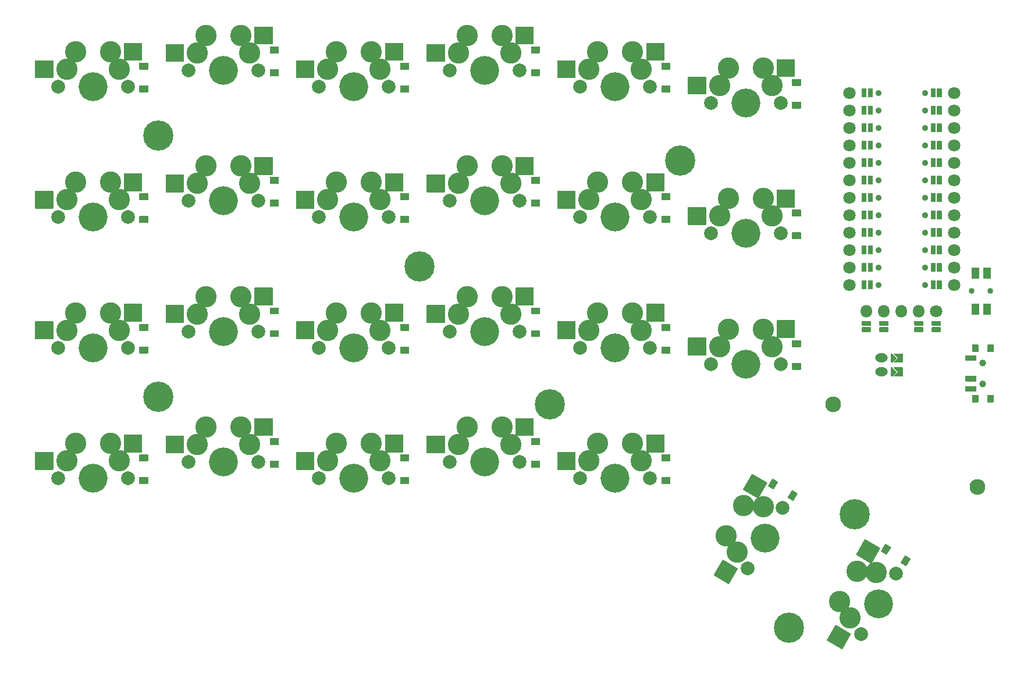
<source format=gbs>
G04 #@! TF.GenerationSoftware,KiCad,Pcbnew,8.0.8+1*
G04 #@! TF.CreationDate,2025-06-17T15:49:30+00:00*
G04 #@! TF.ProjectId,eggada50_wireless,65676761-6461-4353-905f-776972656c65,0.2*
G04 #@! TF.SameCoordinates,Original*
G04 #@! TF.FileFunction,Soldermask,Bot*
G04 #@! TF.FilePolarity,Negative*
%FSLAX46Y46*%
G04 Gerber Fmt 4.6, Leading zero omitted, Abs format (unit mm)*
G04 Created by KiCad (PCBNEW 8.0.8+1) date 2025-06-17 15:49:30*
%MOMM*%
%LPD*%
G01*
G04 APERTURE LIST*
%ADD10C,2.300000*%
%ADD11C,4.400000*%
%ADD12C,4.200000*%
%ADD13C,2.000000*%
%ADD14C,3.100000*%
%ADD15C,1.800000*%
%ADD16C,0.900000*%
%ADD17O,1.800000X1.800000*%
%ADD18C,1.000000*%
%ADD19C,0.850000*%
%ADD20O,1.850000X1.300000*%
G04 APERTURE END LIST*
D10*
X207762000Y-89226000D03*
X228694000Y-101245000D03*
D11*
X109500000Y-50125000D03*
X109500000Y-88125000D03*
X185468000Y-53736000D03*
X147500000Y-69125000D03*
X166468000Y-89261000D03*
X210827241Y-105262759D03*
X201327241Y-121717241D03*
D12*
X100000000Y-100000000D03*
D13*
X105080000Y-100000000D03*
X94920000Y-100000000D03*
D14*
X102540000Y-94920000D03*
X96190000Y-97460000D03*
G36*
G01*
X91590000Y-98710000D02*
X91590000Y-96210000D01*
G75*
G02*
X91640000Y-96160000I50000J0D01*
G01*
X94190000Y-96160000D01*
G75*
G02*
X94240000Y-96210000I0J-50000D01*
G01*
X94240000Y-98710000D01*
G75*
G02*
X94190000Y-98760000I-50000J0D01*
G01*
X91640000Y-98760000D01*
G75*
G02*
X91590000Y-98710000I0J50000D01*
G01*
G37*
G36*
G01*
X104517000Y-96170000D02*
X104517000Y-93670000D01*
G75*
G02*
X104567000Y-93620000I50000J0D01*
G01*
X107117000Y-93620000D01*
G75*
G02*
X107167000Y-93670000I0J-50000D01*
G01*
X107167000Y-96170000D01*
G75*
G02*
X107117000Y-96220000I-50000J0D01*
G01*
X104567000Y-96220000D01*
G75*
G02*
X104517000Y-96170000I0J50000D01*
G01*
G37*
D12*
X100000000Y-81000000D03*
D13*
X105080000Y-81000000D03*
X94920000Y-81000000D03*
D14*
X102540000Y-75920000D03*
X96190000Y-78460000D03*
G36*
G01*
X91590000Y-79710000D02*
X91590000Y-77210000D01*
G75*
G02*
X91640000Y-77160000I50000J0D01*
G01*
X94190000Y-77160000D01*
G75*
G02*
X94240000Y-77210000I0J-50000D01*
G01*
X94240000Y-79710000D01*
G75*
G02*
X94190000Y-79760000I-50000J0D01*
G01*
X91640000Y-79760000D01*
G75*
G02*
X91590000Y-79710000I0J50000D01*
G01*
G37*
G36*
G01*
X104517000Y-77170000D02*
X104517000Y-74670000D01*
G75*
G02*
X104567000Y-74620000I50000J0D01*
G01*
X107117000Y-74620000D01*
G75*
G02*
X107167000Y-74670000I0J-50000D01*
G01*
X107167000Y-77170000D01*
G75*
G02*
X107117000Y-77220000I-50000J0D01*
G01*
X104567000Y-77220000D01*
G75*
G02*
X104517000Y-77170000I0J50000D01*
G01*
G37*
D12*
X100000000Y-62000000D03*
D13*
X105080000Y-62000000D03*
X94920000Y-62000000D03*
D14*
X102540000Y-56920000D03*
X96190000Y-59460000D03*
G36*
G01*
X91590000Y-60710000D02*
X91590000Y-58210000D01*
G75*
G02*
X91640000Y-58160000I50000J0D01*
G01*
X94190000Y-58160000D01*
G75*
G02*
X94240000Y-58210000I0J-50000D01*
G01*
X94240000Y-60710000D01*
G75*
G02*
X94190000Y-60760000I-50000J0D01*
G01*
X91640000Y-60760000D01*
G75*
G02*
X91590000Y-60710000I0J50000D01*
G01*
G37*
G36*
G01*
X104517000Y-58170000D02*
X104517000Y-55670000D01*
G75*
G02*
X104567000Y-55620000I50000J0D01*
G01*
X107117000Y-55620000D01*
G75*
G02*
X107167000Y-55670000I0J-50000D01*
G01*
X107167000Y-58170000D01*
G75*
G02*
X107117000Y-58220000I-50000J0D01*
G01*
X104567000Y-58220000D01*
G75*
G02*
X104517000Y-58170000I0J50000D01*
G01*
G37*
D12*
X100000000Y-43000000D03*
D13*
X105080000Y-43000000D03*
X94920000Y-43000000D03*
D14*
X102540000Y-37920000D03*
X96190000Y-40460000D03*
G36*
G01*
X91590000Y-41710000D02*
X91590000Y-39210000D01*
G75*
G02*
X91640000Y-39160000I50000J0D01*
G01*
X94190000Y-39160000D01*
G75*
G02*
X94240000Y-39210000I0J-50000D01*
G01*
X94240000Y-41710000D01*
G75*
G02*
X94190000Y-41760000I-50000J0D01*
G01*
X91640000Y-41760000D01*
G75*
G02*
X91590000Y-41710000I0J50000D01*
G01*
G37*
G36*
G01*
X104517000Y-39170000D02*
X104517000Y-36670000D01*
G75*
G02*
X104567000Y-36620000I50000J0D01*
G01*
X107117000Y-36620000D01*
G75*
G02*
X107167000Y-36670000I0J-50000D01*
G01*
X107167000Y-39170000D01*
G75*
G02*
X107117000Y-39220000I-50000J0D01*
G01*
X104567000Y-39220000D01*
G75*
G02*
X104517000Y-39170000I0J50000D01*
G01*
G37*
D12*
X119000000Y-97625000D03*
D13*
X124080000Y-97625000D03*
X113920000Y-97625000D03*
D14*
X121540000Y-92545000D03*
X115190000Y-95085000D03*
G36*
G01*
X110590000Y-96335000D02*
X110590000Y-93835000D01*
G75*
G02*
X110640000Y-93785000I50000J0D01*
G01*
X113190000Y-93785000D01*
G75*
G02*
X113240000Y-93835000I0J-50000D01*
G01*
X113240000Y-96335000D01*
G75*
G02*
X113190000Y-96385000I-50000J0D01*
G01*
X110640000Y-96385000D01*
G75*
G02*
X110590000Y-96335000I0J50000D01*
G01*
G37*
G36*
G01*
X123517000Y-93795000D02*
X123517000Y-91295000D01*
G75*
G02*
X123567000Y-91245000I50000J0D01*
G01*
X126117000Y-91245000D01*
G75*
G02*
X126167000Y-91295000I0J-50000D01*
G01*
X126167000Y-93795000D01*
G75*
G02*
X126117000Y-93845000I-50000J0D01*
G01*
X123567000Y-93845000D01*
G75*
G02*
X123517000Y-93795000I0J50000D01*
G01*
G37*
D12*
X119000000Y-78625000D03*
D13*
X124080000Y-78625000D03*
X113920000Y-78625000D03*
D14*
X121540000Y-73545000D03*
X115190000Y-76085000D03*
G36*
G01*
X110590000Y-77335000D02*
X110590000Y-74835000D01*
G75*
G02*
X110640000Y-74785000I50000J0D01*
G01*
X113190000Y-74785000D01*
G75*
G02*
X113240000Y-74835000I0J-50000D01*
G01*
X113240000Y-77335000D01*
G75*
G02*
X113190000Y-77385000I-50000J0D01*
G01*
X110640000Y-77385000D01*
G75*
G02*
X110590000Y-77335000I0J50000D01*
G01*
G37*
G36*
G01*
X123517000Y-74795000D02*
X123517000Y-72295000D01*
G75*
G02*
X123567000Y-72245000I50000J0D01*
G01*
X126117000Y-72245000D01*
G75*
G02*
X126167000Y-72295000I0J-50000D01*
G01*
X126167000Y-74795000D01*
G75*
G02*
X126117000Y-74845000I-50000J0D01*
G01*
X123567000Y-74845000D01*
G75*
G02*
X123517000Y-74795000I0J50000D01*
G01*
G37*
D12*
X119000000Y-59625000D03*
D13*
X124080000Y-59625000D03*
X113920000Y-59625000D03*
D14*
X121540000Y-54545000D03*
X115190000Y-57085000D03*
G36*
G01*
X110590000Y-58335000D02*
X110590000Y-55835000D01*
G75*
G02*
X110640000Y-55785000I50000J0D01*
G01*
X113190000Y-55785000D01*
G75*
G02*
X113240000Y-55835000I0J-50000D01*
G01*
X113240000Y-58335000D01*
G75*
G02*
X113190000Y-58385000I-50000J0D01*
G01*
X110640000Y-58385000D01*
G75*
G02*
X110590000Y-58335000I0J50000D01*
G01*
G37*
G36*
G01*
X123517000Y-55795000D02*
X123517000Y-53295000D01*
G75*
G02*
X123567000Y-53245000I50000J0D01*
G01*
X126117000Y-53245000D01*
G75*
G02*
X126167000Y-53295000I0J-50000D01*
G01*
X126167000Y-55795000D01*
G75*
G02*
X126117000Y-55845000I-50000J0D01*
G01*
X123567000Y-55845000D01*
G75*
G02*
X123517000Y-55795000I0J50000D01*
G01*
G37*
D12*
X119000000Y-40625000D03*
D13*
X124080000Y-40625000D03*
X113920000Y-40625000D03*
D14*
X121540000Y-35545000D03*
X115190000Y-38085000D03*
G36*
G01*
X110590000Y-39335000D02*
X110590000Y-36835000D01*
G75*
G02*
X110640000Y-36785000I50000J0D01*
G01*
X113190000Y-36785000D01*
G75*
G02*
X113240000Y-36835000I0J-50000D01*
G01*
X113240000Y-39335000D01*
G75*
G02*
X113190000Y-39385000I-50000J0D01*
G01*
X110640000Y-39385000D01*
G75*
G02*
X110590000Y-39335000I0J50000D01*
G01*
G37*
G36*
G01*
X123517000Y-36795000D02*
X123517000Y-34295000D01*
G75*
G02*
X123567000Y-34245000I50000J0D01*
G01*
X126117000Y-34245000D01*
G75*
G02*
X126167000Y-34295000I0J-50000D01*
G01*
X126167000Y-36795000D01*
G75*
G02*
X126117000Y-36845000I-50000J0D01*
G01*
X123567000Y-36845000D01*
G75*
G02*
X123517000Y-36795000I0J50000D01*
G01*
G37*
D12*
X138000000Y-100000000D03*
D13*
X143080000Y-100000000D03*
X132920000Y-100000000D03*
D14*
X140540000Y-94920000D03*
X134190000Y-97460000D03*
G36*
G01*
X129590000Y-98710000D02*
X129590000Y-96210000D01*
G75*
G02*
X129640000Y-96160000I50000J0D01*
G01*
X132190000Y-96160000D01*
G75*
G02*
X132240000Y-96210000I0J-50000D01*
G01*
X132240000Y-98710000D01*
G75*
G02*
X132190000Y-98760000I-50000J0D01*
G01*
X129640000Y-98760000D01*
G75*
G02*
X129590000Y-98710000I0J50000D01*
G01*
G37*
G36*
G01*
X142517000Y-96170000D02*
X142517000Y-93670000D01*
G75*
G02*
X142567000Y-93620000I50000J0D01*
G01*
X145117000Y-93620000D01*
G75*
G02*
X145167000Y-93670000I0J-50000D01*
G01*
X145167000Y-96170000D01*
G75*
G02*
X145117000Y-96220000I-50000J0D01*
G01*
X142567000Y-96220000D01*
G75*
G02*
X142517000Y-96170000I0J50000D01*
G01*
G37*
D12*
X138000000Y-81000000D03*
D13*
X143080000Y-81000000D03*
X132920000Y-81000000D03*
D14*
X140540000Y-75920000D03*
X134190000Y-78460000D03*
G36*
G01*
X129590000Y-79710000D02*
X129590000Y-77210000D01*
G75*
G02*
X129640000Y-77160000I50000J0D01*
G01*
X132190000Y-77160000D01*
G75*
G02*
X132240000Y-77210000I0J-50000D01*
G01*
X132240000Y-79710000D01*
G75*
G02*
X132190000Y-79760000I-50000J0D01*
G01*
X129640000Y-79760000D01*
G75*
G02*
X129590000Y-79710000I0J50000D01*
G01*
G37*
G36*
G01*
X142517000Y-77170000D02*
X142517000Y-74670000D01*
G75*
G02*
X142567000Y-74620000I50000J0D01*
G01*
X145117000Y-74620000D01*
G75*
G02*
X145167000Y-74670000I0J-50000D01*
G01*
X145167000Y-77170000D01*
G75*
G02*
X145117000Y-77220000I-50000J0D01*
G01*
X142567000Y-77220000D01*
G75*
G02*
X142517000Y-77170000I0J50000D01*
G01*
G37*
D12*
X138000000Y-62000000D03*
D13*
X143080000Y-62000000D03*
X132920000Y-62000000D03*
D14*
X140540000Y-56920000D03*
X134190000Y-59460000D03*
G36*
G01*
X129590000Y-60710000D02*
X129590000Y-58210000D01*
G75*
G02*
X129640000Y-58160000I50000J0D01*
G01*
X132190000Y-58160000D01*
G75*
G02*
X132240000Y-58210000I0J-50000D01*
G01*
X132240000Y-60710000D01*
G75*
G02*
X132190000Y-60760000I-50000J0D01*
G01*
X129640000Y-60760000D01*
G75*
G02*
X129590000Y-60710000I0J50000D01*
G01*
G37*
G36*
G01*
X142517000Y-58170000D02*
X142517000Y-55670000D01*
G75*
G02*
X142567000Y-55620000I50000J0D01*
G01*
X145117000Y-55620000D01*
G75*
G02*
X145167000Y-55670000I0J-50000D01*
G01*
X145167000Y-58170000D01*
G75*
G02*
X145117000Y-58220000I-50000J0D01*
G01*
X142567000Y-58220000D01*
G75*
G02*
X142517000Y-58170000I0J50000D01*
G01*
G37*
D12*
X138000000Y-43000000D03*
D13*
X143080000Y-43000000D03*
X132920000Y-43000000D03*
D14*
X140540000Y-37920000D03*
X134190000Y-40460000D03*
G36*
G01*
X129590000Y-41710000D02*
X129590000Y-39210000D01*
G75*
G02*
X129640000Y-39160000I50000J0D01*
G01*
X132190000Y-39160000D01*
G75*
G02*
X132240000Y-39210000I0J-50000D01*
G01*
X132240000Y-41710000D01*
G75*
G02*
X132190000Y-41760000I-50000J0D01*
G01*
X129640000Y-41760000D01*
G75*
G02*
X129590000Y-41710000I0J50000D01*
G01*
G37*
G36*
G01*
X142517000Y-39170000D02*
X142517000Y-36670000D01*
G75*
G02*
X142567000Y-36620000I50000J0D01*
G01*
X145117000Y-36620000D01*
G75*
G02*
X145167000Y-36670000I0J-50000D01*
G01*
X145167000Y-39170000D01*
G75*
G02*
X145117000Y-39220000I-50000J0D01*
G01*
X142567000Y-39220000D01*
G75*
G02*
X142517000Y-39170000I0J50000D01*
G01*
G37*
D12*
X157000000Y-97625000D03*
D13*
X162080000Y-97625000D03*
X151920000Y-97625000D03*
D14*
X159540000Y-92545000D03*
X153190000Y-95085000D03*
G36*
G01*
X148590000Y-96335000D02*
X148590000Y-93835000D01*
G75*
G02*
X148640000Y-93785000I50000J0D01*
G01*
X151190000Y-93785000D01*
G75*
G02*
X151240000Y-93835000I0J-50000D01*
G01*
X151240000Y-96335000D01*
G75*
G02*
X151190000Y-96385000I-50000J0D01*
G01*
X148640000Y-96385000D01*
G75*
G02*
X148590000Y-96335000I0J50000D01*
G01*
G37*
G36*
G01*
X161517000Y-93795000D02*
X161517000Y-91295000D01*
G75*
G02*
X161567000Y-91245000I50000J0D01*
G01*
X164117000Y-91245000D01*
G75*
G02*
X164167000Y-91295000I0J-50000D01*
G01*
X164167000Y-93795000D01*
G75*
G02*
X164117000Y-93845000I-50000J0D01*
G01*
X161567000Y-93845000D01*
G75*
G02*
X161517000Y-93795000I0J50000D01*
G01*
G37*
D12*
X157000000Y-78625000D03*
D13*
X162080000Y-78625000D03*
X151920000Y-78625000D03*
D14*
X159540000Y-73545000D03*
X153190000Y-76085000D03*
G36*
G01*
X148590000Y-77335000D02*
X148590000Y-74835000D01*
G75*
G02*
X148640000Y-74785000I50000J0D01*
G01*
X151190000Y-74785000D01*
G75*
G02*
X151240000Y-74835000I0J-50000D01*
G01*
X151240000Y-77335000D01*
G75*
G02*
X151190000Y-77385000I-50000J0D01*
G01*
X148640000Y-77385000D01*
G75*
G02*
X148590000Y-77335000I0J50000D01*
G01*
G37*
G36*
G01*
X161517000Y-74795000D02*
X161517000Y-72295000D01*
G75*
G02*
X161567000Y-72245000I50000J0D01*
G01*
X164117000Y-72245000D01*
G75*
G02*
X164167000Y-72295000I0J-50000D01*
G01*
X164167000Y-74795000D01*
G75*
G02*
X164117000Y-74845000I-50000J0D01*
G01*
X161567000Y-74845000D01*
G75*
G02*
X161517000Y-74795000I0J50000D01*
G01*
G37*
D12*
X157000000Y-59625000D03*
D13*
X162080000Y-59625000D03*
X151920000Y-59625000D03*
D14*
X159540000Y-54545000D03*
X153190000Y-57085000D03*
G36*
G01*
X148590000Y-58335000D02*
X148590000Y-55835000D01*
G75*
G02*
X148640000Y-55785000I50000J0D01*
G01*
X151190000Y-55785000D01*
G75*
G02*
X151240000Y-55835000I0J-50000D01*
G01*
X151240000Y-58335000D01*
G75*
G02*
X151190000Y-58385000I-50000J0D01*
G01*
X148640000Y-58385000D01*
G75*
G02*
X148590000Y-58335000I0J50000D01*
G01*
G37*
G36*
G01*
X161517000Y-55795000D02*
X161517000Y-53295000D01*
G75*
G02*
X161567000Y-53245000I50000J0D01*
G01*
X164117000Y-53245000D01*
G75*
G02*
X164167000Y-53295000I0J-50000D01*
G01*
X164167000Y-55795000D01*
G75*
G02*
X164117000Y-55845000I-50000J0D01*
G01*
X161567000Y-55845000D01*
G75*
G02*
X161517000Y-55795000I0J50000D01*
G01*
G37*
D12*
X157000000Y-40625000D03*
D13*
X162080000Y-40625000D03*
X151920000Y-40625000D03*
D14*
X159540000Y-35545000D03*
X153190000Y-38085000D03*
G36*
G01*
X148590000Y-39335000D02*
X148590000Y-36835000D01*
G75*
G02*
X148640000Y-36785000I50000J0D01*
G01*
X151190000Y-36785000D01*
G75*
G02*
X151240000Y-36835000I0J-50000D01*
G01*
X151240000Y-39335000D01*
G75*
G02*
X151190000Y-39385000I-50000J0D01*
G01*
X148640000Y-39385000D01*
G75*
G02*
X148590000Y-39335000I0J50000D01*
G01*
G37*
G36*
G01*
X161517000Y-36795000D02*
X161517000Y-34295000D01*
G75*
G02*
X161567000Y-34245000I50000J0D01*
G01*
X164117000Y-34245000D01*
G75*
G02*
X164167000Y-34295000I0J-50000D01*
G01*
X164167000Y-36795000D01*
G75*
G02*
X164117000Y-36845000I-50000J0D01*
G01*
X161567000Y-36845000D01*
G75*
G02*
X161517000Y-36795000I0J50000D01*
G01*
G37*
D12*
X176000000Y-100000000D03*
D13*
X181080000Y-100000000D03*
X170920000Y-100000000D03*
D14*
X178540000Y-94920000D03*
X172190000Y-97460000D03*
G36*
G01*
X167590000Y-98710000D02*
X167590000Y-96210000D01*
G75*
G02*
X167640000Y-96160000I50000J0D01*
G01*
X170190000Y-96160000D01*
G75*
G02*
X170240000Y-96210000I0J-50000D01*
G01*
X170240000Y-98710000D01*
G75*
G02*
X170190000Y-98760000I-50000J0D01*
G01*
X167640000Y-98760000D01*
G75*
G02*
X167590000Y-98710000I0J50000D01*
G01*
G37*
G36*
G01*
X180517000Y-96170000D02*
X180517000Y-93670000D01*
G75*
G02*
X180567000Y-93620000I50000J0D01*
G01*
X183117000Y-93620000D01*
G75*
G02*
X183167000Y-93670000I0J-50000D01*
G01*
X183167000Y-96170000D01*
G75*
G02*
X183117000Y-96220000I-50000J0D01*
G01*
X180567000Y-96220000D01*
G75*
G02*
X180517000Y-96170000I0J50000D01*
G01*
G37*
D12*
X176000000Y-81000000D03*
D13*
X181080000Y-81000000D03*
X170920000Y-81000000D03*
D14*
X178540000Y-75920000D03*
X172190000Y-78460000D03*
G36*
G01*
X167590000Y-79710000D02*
X167590000Y-77210000D01*
G75*
G02*
X167640000Y-77160000I50000J0D01*
G01*
X170190000Y-77160000D01*
G75*
G02*
X170240000Y-77210000I0J-50000D01*
G01*
X170240000Y-79710000D01*
G75*
G02*
X170190000Y-79760000I-50000J0D01*
G01*
X167640000Y-79760000D01*
G75*
G02*
X167590000Y-79710000I0J50000D01*
G01*
G37*
G36*
G01*
X180517000Y-77170000D02*
X180517000Y-74670000D01*
G75*
G02*
X180567000Y-74620000I50000J0D01*
G01*
X183117000Y-74620000D01*
G75*
G02*
X183167000Y-74670000I0J-50000D01*
G01*
X183167000Y-77170000D01*
G75*
G02*
X183117000Y-77220000I-50000J0D01*
G01*
X180567000Y-77220000D01*
G75*
G02*
X180517000Y-77170000I0J50000D01*
G01*
G37*
D12*
X176000000Y-62000000D03*
D13*
X181080000Y-62000000D03*
X170920000Y-62000000D03*
D14*
X178540000Y-56920000D03*
X172190000Y-59460000D03*
G36*
G01*
X167590000Y-60710000D02*
X167590000Y-58210000D01*
G75*
G02*
X167640000Y-58160000I50000J0D01*
G01*
X170190000Y-58160000D01*
G75*
G02*
X170240000Y-58210000I0J-50000D01*
G01*
X170240000Y-60710000D01*
G75*
G02*
X170190000Y-60760000I-50000J0D01*
G01*
X167640000Y-60760000D01*
G75*
G02*
X167590000Y-60710000I0J50000D01*
G01*
G37*
G36*
G01*
X180517000Y-58170000D02*
X180517000Y-55670000D01*
G75*
G02*
X180567000Y-55620000I50000J0D01*
G01*
X183117000Y-55620000D01*
G75*
G02*
X183167000Y-55670000I0J-50000D01*
G01*
X183167000Y-58170000D01*
G75*
G02*
X183117000Y-58220000I-50000J0D01*
G01*
X180567000Y-58220000D01*
G75*
G02*
X180517000Y-58170000I0J50000D01*
G01*
G37*
D12*
X176000000Y-43000000D03*
D13*
X181080000Y-43000000D03*
X170920000Y-43000000D03*
D14*
X178540000Y-37920000D03*
X172190000Y-40460000D03*
G36*
G01*
X167590000Y-41710000D02*
X167590000Y-39210000D01*
G75*
G02*
X167640000Y-39160000I50000J0D01*
G01*
X170190000Y-39160000D01*
G75*
G02*
X170240000Y-39210000I0J-50000D01*
G01*
X170240000Y-41710000D01*
G75*
G02*
X170190000Y-41760000I-50000J0D01*
G01*
X167640000Y-41760000D01*
G75*
G02*
X167590000Y-41710000I0J50000D01*
G01*
G37*
G36*
G01*
X180517000Y-39170000D02*
X180517000Y-36670000D01*
G75*
G02*
X180567000Y-36620000I50000J0D01*
G01*
X183117000Y-36620000D01*
G75*
G02*
X183167000Y-36670000I0J-50000D01*
G01*
X183167000Y-39170000D01*
G75*
G02*
X183117000Y-39220000I-50000J0D01*
G01*
X180567000Y-39220000D01*
G75*
G02*
X180517000Y-39170000I0J50000D01*
G01*
G37*
D12*
X195000000Y-83375000D03*
D13*
X200080000Y-83375000D03*
X189920000Y-83375000D03*
D14*
X197540000Y-78295000D03*
X191190000Y-80835000D03*
G36*
G01*
X186590000Y-82085000D02*
X186590000Y-79585000D01*
G75*
G02*
X186640000Y-79535000I50000J0D01*
G01*
X189190000Y-79535000D01*
G75*
G02*
X189240000Y-79585000I0J-50000D01*
G01*
X189240000Y-82085000D01*
G75*
G02*
X189190000Y-82135000I-50000J0D01*
G01*
X186640000Y-82135000D01*
G75*
G02*
X186590000Y-82085000I0J50000D01*
G01*
G37*
G36*
G01*
X199517000Y-79545000D02*
X199517000Y-77045000D01*
G75*
G02*
X199567000Y-76995000I50000J0D01*
G01*
X202117000Y-76995000D01*
G75*
G02*
X202167000Y-77045000I0J-50000D01*
G01*
X202167000Y-79545000D01*
G75*
G02*
X202117000Y-79595000I-50000J0D01*
G01*
X199567000Y-79595000D01*
G75*
G02*
X199517000Y-79545000I0J50000D01*
G01*
G37*
D12*
X195000000Y-64375000D03*
D13*
X200080000Y-64375000D03*
X189920000Y-64375000D03*
D14*
X197540000Y-59295000D03*
X191190000Y-61835000D03*
G36*
G01*
X186590000Y-63085000D02*
X186590000Y-60585000D01*
G75*
G02*
X186640000Y-60535000I50000J0D01*
G01*
X189190000Y-60535000D01*
G75*
G02*
X189240000Y-60585000I0J-50000D01*
G01*
X189240000Y-63085000D01*
G75*
G02*
X189190000Y-63135000I-50000J0D01*
G01*
X186640000Y-63135000D01*
G75*
G02*
X186590000Y-63085000I0J50000D01*
G01*
G37*
G36*
G01*
X199517000Y-60545000D02*
X199517000Y-58045000D01*
G75*
G02*
X199567000Y-57995000I50000J0D01*
G01*
X202117000Y-57995000D01*
G75*
G02*
X202167000Y-58045000I0J-50000D01*
G01*
X202167000Y-60545000D01*
G75*
G02*
X202117000Y-60595000I-50000J0D01*
G01*
X199567000Y-60595000D01*
G75*
G02*
X199517000Y-60545000I0J50000D01*
G01*
G37*
D12*
X195000000Y-45375000D03*
D13*
X200080000Y-45375000D03*
X189920000Y-45375000D03*
D14*
X197540000Y-40295000D03*
X191190000Y-42835000D03*
G36*
G01*
X186590000Y-44085000D02*
X186590000Y-41585000D01*
G75*
G02*
X186640000Y-41535000I50000J0D01*
G01*
X189190000Y-41535000D01*
G75*
G02*
X189240000Y-41585000I0J-50000D01*
G01*
X189240000Y-44085000D01*
G75*
G02*
X189190000Y-44135000I-50000J0D01*
G01*
X186640000Y-44135000D01*
G75*
G02*
X186590000Y-44085000I0J50000D01*
G01*
G37*
G36*
G01*
X199517000Y-41545000D02*
X199517000Y-39045000D01*
G75*
G02*
X199567000Y-38995000I50000J0D01*
G01*
X202117000Y-38995000D01*
G75*
G02*
X202167000Y-39045000I0J-50000D01*
G01*
X202167000Y-41545000D01*
G75*
G02*
X202117000Y-41595000I-50000J0D01*
G01*
X199567000Y-41595000D01*
G75*
G02*
X199517000Y-41545000I0J50000D01*
G01*
G37*
D12*
X197850000Y-108740000D03*
D13*
X200390000Y-104340591D03*
X195310000Y-113139409D03*
D14*
X194720591Y-104000295D03*
X193745295Y-110769557D03*
G36*
G01*
X192527827Y-115378273D02*
X190362763Y-114128273D01*
G75*
G02*
X190344462Y-114059972I25000J43301D01*
G01*
X191619462Y-111851608D01*
G75*
G02*
X191687763Y-111833307I43301J-25000D01*
G01*
X193852827Y-113083307D01*
G75*
G02*
X193871128Y-113151608I-25000J-43301D01*
G01*
X192596128Y-115359972D01*
G75*
G02*
X192527827Y-115378273I-43301J25000D01*
G01*
G37*
G36*
G01*
X196791623Y-102913163D02*
X194626559Y-101663163D01*
G75*
G02*
X194608258Y-101594862I25000J43301D01*
G01*
X195883258Y-99386498D01*
G75*
G02*
X195951559Y-99368197I43301J-25000D01*
G01*
X198116623Y-100618197D01*
G75*
G02*
X198134924Y-100686498I-25000J-43301D01*
G01*
X196859924Y-102894862D01*
G75*
G02*
X196791623Y-102913163I-43301J25000D01*
G01*
G37*
D12*
X214304483Y-118240000D03*
D13*
X216844483Y-113840591D03*
X211764483Y-122639409D03*
D14*
X211175074Y-113500295D03*
X210199778Y-120269557D03*
G36*
G01*
X208982310Y-124878273D02*
X206817246Y-123628273D01*
G75*
G02*
X206798945Y-123559972I25000J43301D01*
G01*
X208073945Y-121351608D01*
G75*
G02*
X208142246Y-121333307I43301J-25000D01*
G01*
X210307310Y-122583307D01*
G75*
G02*
X210325611Y-122651608I-25000J-43301D01*
G01*
X209050611Y-124859972D01*
G75*
G02*
X208982310Y-124878273I-43301J25000D01*
G01*
G37*
G36*
G01*
X213246106Y-112413163D02*
X211081042Y-111163163D01*
G75*
G02*
X211062741Y-111094862I25000J43301D01*
G01*
X212337741Y-108886498D01*
G75*
G02*
X212406042Y-108868197I43301J-25000D01*
G01*
X214571106Y-110118197D01*
G75*
G02*
X214589407Y-110186498I-25000J-43301D01*
G01*
X213314407Y-112394862D01*
G75*
G02*
X213246106Y-112413163I-43301J25000D01*
G01*
G37*
G36*
G01*
X108000000Y-97525000D02*
X106800000Y-97525000D01*
G75*
G02*
X106750000Y-97475000I0J50000D01*
G01*
X106750000Y-96575000D01*
G75*
G02*
X106800000Y-96525000I50000J0D01*
G01*
X108000000Y-96525000D01*
G75*
G02*
X108050000Y-96575000I0J-50000D01*
G01*
X108050000Y-97475000D01*
G75*
G02*
X108000000Y-97525000I-50000J0D01*
G01*
G37*
G36*
G01*
X108000000Y-100825000D02*
X106800000Y-100825000D01*
G75*
G02*
X106750000Y-100775000I0J50000D01*
G01*
X106750000Y-99875000D01*
G75*
G02*
X106800000Y-99825000I50000J0D01*
G01*
X108000000Y-99825000D01*
G75*
G02*
X108050000Y-99875000I0J-50000D01*
G01*
X108050000Y-100775000D01*
G75*
G02*
X108000000Y-100825000I-50000J0D01*
G01*
G37*
G36*
G01*
X108000000Y-78525000D02*
X106800000Y-78525000D01*
G75*
G02*
X106750000Y-78475000I0J50000D01*
G01*
X106750000Y-77575000D01*
G75*
G02*
X106800000Y-77525000I50000J0D01*
G01*
X108000000Y-77525000D01*
G75*
G02*
X108050000Y-77575000I0J-50000D01*
G01*
X108050000Y-78475000D01*
G75*
G02*
X108000000Y-78525000I-50000J0D01*
G01*
G37*
G36*
G01*
X108000000Y-81825000D02*
X106800000Y-81825000D01*
G75*
G02*
X106750000Y-81775000I0J50000D01*
G01*
X106750000Y-80875000D01*
G75*
G02*
X106800000Y-80825000I50000J0D01*
G01*
X108000000Y-80825000D01*
G75*
G02*
X108050000Y-80875000I0J-50000D01*
G01*
X108050000Y-81775000D01*
G75*
G02*
X108000000Y-81825000I-50000J0D01*
G01*
G37*
G36*
G01*
X108000000Y-59525000D02*
X106800000Y-59525000D01*
G75*
G02*
X106750000Y-59475000I0J50000D01*
G01*
X106750000Y-58575000D01*
G75*
G02*
X106800000Y-58525000I50000J0D01*
G01*
X108000000Y-58525000D01*
G75*
G02*
X108050000Y-58575000I0J-50000D01*
G01*
X108050000Y-59475000D01*
G75*
G02*
X108000000Y-59525000I-50000J0D01*
G01*
G37*
G36*
G01*
X108000000Y-62825000D02*
X106800000Y-62825000D01*
G75*
G02*
X106750000Y-62775000I0J50000D01*
G01*
X106750000Y-61875000D01*
G75*
G02*
X106800000Y-61825000I50000J0D01*
G01*
X108000000Y-61825000D01*
G75*
G02*
X108050000Y-61875000I0J-50000D01*
G01*
X108050000Y-62775000D01*
G75*
G02*
X108000000Y-62825000I-50000J0D01*
G01*
G37*
G36*
G01*
X108000000Y-40525000D02*
X106800000Y-40525000D01*
G75*
G02*
X106750000Y-40475000I0J50000D01*
G01*
X106750000Y-39575000D01*
G75*
G02*
X106800000Y-39525000I50000J0D01*
G01*
X108000000Y-39525000D01*
G75*
G02*
X108050000Y-39575000I0J-50000D01*
G01*
X108050000Y-40475000D01*
G75*
G02*
X108000000Y-40525000I-50000J0D01*
G01*
G37*
G36*
G01*
X108000000Y-43825000D02*
X106800000Y-43825000D01*
G75*
G02*
X106750000Y-43775000I0J50000D01*
G01*
X106750000Y-42875000D01*
G75*
G02*
X106800000Y-42825000I50000J0D01*
G01*
X108000000Y-42825000D01*
G75*
G02*
X108050000Y-42875000I0J-50000D01*
G01*
X108050000Y-43775000D01*
G75*
G02*
X108000000Y-43825000I-50000J0D01*
G01*
G37*
G36*
G01*
X127000000Y-95150000D02*
X125800000Y-95150000D01*
G75*
G02*
X125750000Y-95100000I0J50000D01*
G01*
X125750000Y-94200000D01*
G75*
G02*
X125800000Y-94150000I50000J0D01*
G01*
X127000000Y-94150000D01*
G75*
G02*
X127050000Y-94200000I0J-50000D01*
G01*
X127050000Y-95100000D01*
G75*
G02*
X127000000Y-95150000I-50000J0D01*
G01*
G37*
G36*
G01*
X127000000Y-98450000D02*
X125800000Y-98450000D01*
G75*
G02*
X125750000Y-98400000I0J50000D01*
G01*
X125750000Y-97500000D01*
G75*
G02*
X125800000Y-97450000I50000J0D01*
G01*
X127000000Y-97450000D01*
G75*
G02*
X127050000Y-97500000I0J-50000D01*
G01*
X127050000Y-98400000D01*
G75*
G02*
X127000000Y-98450000I-50000J0D01*
G01*
G37*
G36*
G01*
X127000000Y-76150000D02*
X125800000Y-76150000D01*
G75*
G02*
X125750000Y-76100000I0J50000D01*
G01*
X125750000Y-75200000D01*
G75*
G02*
X125800000Y-75150000I50000J0D01*
G01*
X127000000Y-75150000D01*
G75*
G02*
X127050000Y-75200000I0J-50000D01*
G01*
X127050000Y-76100000D01*
G75*
G02*
X127000000Y-76150000I-50000J0D01*
G01*
G37*
G36*
G01*
X127000000Y-79450000D02*
X125800000Y-79450000D01*
G75*
G02*
X125750000Y-79400000I0J50000D01*
G01*
X125750000Y-78500000D01*
G75*
G02*
X125800000Y-78450000I50000J0D01*
G01*
X127000000Y-78450000D01*
G75*
G02*
X127050000Y-78500000I0J-50000D01*
G01*
X127050000Y-79400000D01*
G75*
G02*
X127000000Y-79450000I-50000J0D01*
G01*
G37*
G36*
G01*
X127000000Y-57150000D02*
X125800000Y-57150000D01*
G75*
G02*
X125750000Y-57100000I0J50000D01*
G01*
X125750000Y-56200000D01*
G75*
G02*
X125800000Y-56150000I50000J0D01*
G01*
X127000000Y-56150000D01*
G75*
G02*
X127050000Y-56200000I0J-50000D01*
G01*
X127050000Y-57100000D01*
G75*
G02*
X127000000Y-57150000I-50000J0D01*
G01*
G37*
G36*
G01*
X127000000Y-60450000D02*
X125800000Y-60450000D01*
G75*
G02*
X125750000Y-60400000I0J50000D01*
G01*
X125750000Y-59500000D01*
G75*
G02*
X125800000Y-59450000I50000J0D01*
G01*
X127000000Y-59450000D01*
G75*
G02*
X127050000Y-59500000I0J-50000D01*
G01*
X127050000Y-60400000D01*
G75*
G02*
X127000000Y-60450000I-50000J0D01*
G01*
G37*
G36*
G01*
X127000000Y-38150000D02*
X125800000Y-38150000D01*
G75*
G02*
X125750000Y-38100000I0J50000D01*
G01*
X125750000Y-37200000D01*
G75*
G02*
X125800000Y-37150000I50000J0D01*
G01*
X127000000Y-37150000D01*
G75*
G02*
X127050000Y-37200000I0J-50000D01*
G01*
X127050000Y-38100000D01*
G75*
G02*
X127000000Y-38150000I-50000J0D01*
G01*
G37*
G36*
G01*
X127000000Y-41450000D02*
X125800000Y-41450000D01*
G75*
G02*
X125750000Y-41400000I0J50000D01*
G01*
X125750000Y-40500000D01*
G75*
G02*
X125800000Y-40450000I50000J0D01*
G01*
X127000000Y-40450000D01*
G75*
G02*
X127050000Y-40500000I0J-50000D01*
G01*
X127050000Y-41400000D01*
G75*
G02*
X127000000Y-41450000I-50000J0D01*
G01*
G37*
G36*
G01*
X146000000Y-97525000D02*
X144800000Y-97525000D01*
G75*
G02*
X144750000Y-97475000I0J50000D01*
G01*
X144750000Y-96575000D01*
G75*
G02*
X144800000Y-96525000I50000J0D01*
G01*
X146000000Y-96525000D01*
G75*
G02*
X146050000Y-96575000I0J-50000D01*
G01*
X146050000Y-97475000D01*
G75*
G02*
X146000000Y-97525000I-50000J0D01*
G01*
G37*
G36*
G01*
X146000000Y-100825000D02*
X144800000Y-100825000D01*
G75*
G02*
X144750000Y-100775000I0J50000D01*
G01*
X144750000Y-99875000D01*
G75*
G02*
X144800000Y-99825000I50000J0D01*
G01*
X146000000Y-99825000D01*
G75*
G02*
X146050000Y-99875000I0J-50000D01*
G01*
X146050000Y-100775000D01*
G75*
G02*
X146000000Y-100825000I-50000J0D01*
G01*
G37*
G36*
G01*
X146000000Y-78525000D02*
X144800000Y-78525000D01*
G75*
G02*
X144750000Y-78475000I0J50000D01*
G01*
X144750000Y-77575000D01*
G75*
G02*
X144800000Y-77525000I50000J0D01*
G01*
X146000000Y-77525000D01*
G75*
G02*
X146050000Y-77575000I0J-50000D01*
G01*
X146050000Y-78475000D01*
G75*
G02*
X146000000Y-78525000I-50000J0D01*
G01*
G37*
G36*
G01*
X146000000Y-81825000D02*
X144800000Y-81825000D01*
G75*
G02*
X144750000Y-81775000I0J50000D01*
G01*
X144750000Y-80875000D01*
G75*
G02*
X144800000Y-80825000I50000J0D01*
G01*
X146000000Y-80825000D01*
G75*
G02*
X146050000Y-80875000I0J-50000D01*
G01*
X146050000Y-81775000D01*
G75*
G02*
X146000000Y-81825000I-50000J0D01*
G01*
G37*
G36*
G01*
X146000000Y-59525000D02*
X144800000Y-59525000D01*
G75*
G02*
X144750000Y-59475000I0J50000D01*
G01*
X144750000Y-58575000D01*
G75*
G02*
X144800000Y-58525000I50000J0D01*
G01*
X146000000Y-58525000D01*
G75*
G02*
X146050000Y-58575000I0J-50000D01*
G01*
X146050000Y-59475000D01*
G75*
G02*
X146000000Y-59525000I-50000J0D01*
G01*
G37*
G36*
G01*
X146000000Y-62825000D02*
X144800000Y-62825000D01*
G75*
G02*
X144750000Y-62775000I0J50000D01*
G01*
X144750000Y-61875000D01*
G75*
G02*
X144800000Y-61825000I50000J0D01*
G01*
X146000000Y-61825000D01*
G75*
G02*
X146050000Y-61875000I0J-50000D01*
G01*
X146050000Y-62775000D01*
G75*
G02*
X146000000Y-62825000I-50000J0D01*
G01*
G37*
G36*
G01*
X146000000Y-40525000D02*
X144800000Y-40525000D01*
G75*
G02*
X144750000Y-40475000I0J50000D01*
G01*
X144750000Y-39575000D01*
G75*
G02*
X144800000Y-39525000I50000J0D01*
G01*
X146000000Y-39525000D01*
G75*
G02*
X146050000Y-39575000I0J-50000D01*
G01*
X146050000Y-40475000D01*
G75*
G02*
X146000000Y-40525000I-50000J0D01*
G01*
G37*
G36*
G01*
X146000000Y-43825000D02*
X144800000Y-43825000D01*
G75*
G02*
X144750000Y-43775000I0J50000D01*
G01*
X144750000Y-42875000D01*
G75*
G02*
X144800000Y-42825000I50000J0D01*
G01*
X146000000Y-42825000D01*
G75*
G02*
X146050000Y-42875000I0J-50000D01*
G01*
X146050000Y-43775000D01*
G75*
G02*
X146000000Y-43825000I-50000J0D01*
G01*
G37*
G36*
G01*
X165000000Y-95150000D02*
X163800000Y-95150000D01*
G75*
G02*
X163750000Y-95100000I0J50000D01*
G01*
X163750000Y-94200000D01*
G75*
G02*
X163800000Y-94150000I50000J0D01*
G01*
X165000000Y-94150000D01*
G75*
G02*
X165050000Y-94200000I0J-50000D01*
G01*
X165050000Y-95100000D01*
G75*
G02*
X165000000Y-95150000I-50000J0D01*
G01*
G37*
G36*
G01*
X165000000Y-98450000D02*
X163800000Y-98450000D01*
G75*
G02*
X163750000Y-98400000I0J50000D01*
G01*
X163750000Y-97500000D01*
G75*
G02*
X163800000Y-97450000I50000J0D01*
G01*
X165000000Y-97450000D01*
G75*
G02*
X165050000Y-97500000I0J-50000D01*
G01*
X165050000Y-98400000D01*
G75*
G02*
X165000000Y-98450000I-50000J0D01*
G01*
G37*
G36*
G01*
X165000000Y-76150000D02*
X163800000Y-76150000D01*
G75*
G02*
X163750000Y-76100000I0J50000D01*
G01*
X163750000Y-75200000D01*
G75*
G02*
X163800000Y-75150000I50000J0D01*
G01*
X165000000Y-75150000D01*
G75*
G02*
X165050000Y-75200000I0J-50000D01*
G01*
X165050000Y-76100000D01*
G75*
G02*
X165000000Y-76150000I-50000J0D01*
G01*
G37*
G36*
G01*
X165000000Y-79450000D02*
X163800000Y-79450000D01*
G75*
G02*
X163750000Y-79400000I0J50000D01*
G01*
X163750000Y-78500000D01*
G75*
G02*
X163800000Y-78450000I50000J0D01*
G01*
X165000000Y-78450000D01*
G75*
G02*
X165050000Y-78500000I0J-50000D01*
G01*
X165050000Y-79400000D01*
G75*
G02*
X165000000Y-79450000I-50000J0D01*
G01*
G37*
G36*
G01*
X165000000Y-57150000D02*
X163800000Y-57150000D01*
G75*
G02*
X163750000Y-57100000I0J50000D01*
G01*
X163750000Y-56200000D01*
G75*
G02*
X163800000Y-56150000I50000J0D01*
G01*
X165000000Y-56150000D01*
G75*
G02*
X165050000Y-56200000I0J-50000D01*
G01*
X165050000Y-57100000D01*
G75*
G02*
X165000000Y-57150000I-50000J0D01*
G01*
G37*
G36*
G01*
X165000000Y-60450000D02*
X163800000Y-60450000D01*
G75*
G02*
X163750000Y-60400000I0J50000D01*
G01*
X163750000Y-59500000D01*
G75*
G02*
X163800000Y-59450000I50000J0D01*
G01*
X165000000Y-59450000D01*
G75*
G02*
X165050000Y-59500000I0J-50000D01*
G01*
X165050000Y-60400000D01*
G75*
G02*
X165000000Y-60450000I-50000J0D01*
G01*
G37*
G36*
G01*
X165000000Y-38150000D02*
X163800000Y-38150000D01*
G75*
G02*
X163750000Y-38100000I0J50000D01*
G01*
X163750000Y-37200000D01*
G75*
G02*
X163800000Y-37150000I50000J0D01*
G01*
X165000000Y-37150000D01*
G75*
G02*
X165050000Y-37200000I0J-50000D01*
G01*
X165050000Y-38100000D01*
G75*
G02*
X165000000Y-38150000I-50000J0D01*
G01*
G37*
G36*
G01*
X165000000Y-41450000D02*
X163800000Y-41450000D01*
G75*
G02*
X163750000Y-41400000I0J50000D01*
G01*
X163750000Y-40500000D01*
G75*
G02*
X163800000Y-40450000I50000J0D01*
G01*
X165000000Y-40450000D01*
G75*
G02*
X165050000Y-40500000I0J-50000D01*
G01*
X165050000Y-41400000D01*
G75*
G02*
X165000000Y-41450000I-50000J0D01*
G01*
G37*
G36*
G01*
X184000000Y-97525000D02*
X182800000Y-97525000D01*
G75*
G02*
X182750000Y-97475000I0J50000D01*
G01*
X182750000Y-96575000D01*
G75*
G02*
X182800000Y-96525000I50000J0D01*
G01*
X184000000Y-96525000D01*
G75*
G02*
X184050000Y-96575000I0J-50000D01*
G01*
X184050000Y-97475000D01*
G75*
G02*
X184000000Y-97525000I-50000J0D01*
G01*
G37*
G36*
G01*
X184000000Y-100825000D02*
X182800000Y-100825000D01*
G75*
G02*
X182750000Y-100775000I0J50000D01*
G01*
X182750000Y-99875000D01*
G75*
G02*
X182800000Y-99825000I50000J0D01*
G01*
X184000000Y-99825000D01*
G75*
G02*
X184050000Y-99875000I0J-50000D01*
G01*
X184050000Y-100775000D01*
G75*
G02*
X184000000Y-100825000I-50000J0D01*
G01*
G37*
G36*
G01*
X184000000Y-78525000D02*
X182800000Y-78525000D01*
G75*
G02*
X182750000Y-78475000I0J50000D01*
G01*
X182750000Y-77575000D01*
G75*
G02*
X182800000Y-77525000I50000J0D01*
G01*
X184000000Y-77525000D01*
G75*
G02*
X184050000Y-77575000I0J-50000D01*
G01*
X184050000Y-78475000D01*
G75*
G02*
X184000000Y-78525000I-50000J0D01*
G01*
G37*
G36*
G01*
X184000000Y-81825000D02*
X182800000Y-81825000D01*
G75*
G02*
X182750000Y-81775000I0J50000D01*
G01*
X182750000Y-80875000D01*
G75*
G02*
X182800000Y-80825000I50000J0D01*
G01*
X184000000Y-80825000D01*
G75*
G02*
X184050000Y-80875000I0J-50000D01*
G01*
X184050000Y-81775000D01*
G75*
G02*
X184000000Y-81825000I-50000J0D01*
G01*
G37*
G36*
G01*
X184000000Y-59525000D02*
X182800000Y-59525000D01*
G75*
G02*
X182750000Y-59475000I0J50000D01*
G01*
X182750000Y-58575000D01*
G75*
G02*
X182800000Y-58525000I50000J0D01*
G01*
X184000000Y-58525000D01*
G75*
G02*
X184050000Y-58575000I0J-50000D01*
G01*
X184050000Y-59475000D01*
G75*
G02*
X184000000Y-59525000I-50000J0D01*
G01*
G37*
G36*
G01*
X184000000Y-62825000D02*
X182800000Y-62825000D01*
G75*
G02*
X182750000Y-62775000I0J50000D01*
G01*
X182750000Y-61875000D01*
G75*
G02*
X182800000Y-61825000I50000J0D01*
G01*
X184000000Y-61825000D01*
G75*
G02*
X184050000Y-61875000I0J-50000D01*
G01*
X184050000Y-62775000D01*
G75*
G02*
X184000000Y-62825000I-50000J0D01*
G01*
G37*
G36*
G01*
X184000000Y-40525000D02*
X182800000Y-40525000D01*
G75*
G02*
X182750000Y-40475000I0J50000D01*
G01*
X182750000Y-39575000D01*
G75*
G02*
X182800000Y-39525000I50000J0D01*
G01*
X184000000Y-39525000D01*
G75*
G02*
X184050000Y-39575000I0J-50000D01*
G01*
X184050000Y-40475000D01*
G75*
G02*
X184000000Y-40525000I-50000J0D01*
G01*
G37*
G36*
G01*
X184000000Y-43825000D02*
X182800000Y-43825000D01*
G75*
G02*
X182750000Y-43775000I0J50000D01*
G01*
X182750000Y-42875000D01*
G75*
G02*
X182800000Y-42825000I50000J0D01*
G01*
X184000000Y-42825000D01*
G75*
G02*
X184050000Y-42875000I0J-50000D01*
G01*
X184050000Y-43775000D01*
G75*
G02*
X184000000Y-43825000I-50000J0D01*
G01*
G37*
G36*
G01*
X203000000Y-80900000D02*
X201800000Y-80900000D01*
G75*
G02*
X201750000Y-80850000I0J50000D01*
G01*
X201750000Y-79950000D01*
G75*
G02*
X201800000Y-79900000I50000J0D01*
G01*
X203000000Y-79900000D01*
G75*
G02*
X203050000Y-79950000I0J-50000D01*
G01*
X203050000Y-80850000D01*
G75*
G02*
X203000000Y-80900000I-50000J0D01*
G01*
G37*
G36*
G01*
X203000000Y-84200000D02*
X201800000Y-84200000D01*
G75*
G02*
X201750000Y-84150000I0J50000D01*
G01*
X201750000Y-83250000D01*
G75*
G02*
X201800000Y-83200000I50000J0D01*
G01*
X203000000Y-83200000D01*
G75*
G02*
X203050000Y-83250000I0J-50000D01*
G01*
X203050000Y-84150000D01*
G75*
G02*
X203000000Y-84200000I-50000J0D01*
G01*
G37*
G36*
G01*
X203000000Y-61900000D02*
X201800000Y-61900000D01*
G75*
G02*
X201750000Y-61850000I0J50000D01*
G01*
X201750000Y-60950000D01*
G75*
G02*
X201800000Y-60900000I50000J0D01*
G01*
X203000000Y-60900000D01*
G75*
G02*
X203050000Y-60950000I0J-50000D01*
G01*
X203050000Y-61850000D01*
G75*
G02*
X203000000Y-61900000I-50000J0D01*
G01*
G37*
G36*
G01*
X203000000Y-65200000D02*
X201800000Y-65200000D01*
G75*
G02*
X201750000Y-65150000I0J50000D01*
G01*
X201750000Y-64250000D01*
G75*
G02*
X201800000Y-64200000I50000J0D01*
G01*
X203000000Y-64200000D01*
G75*
G02*
X203050000Y-64250000I0J-50000D01*
G01*
X203050000Y-65150000D01*
G75*
G02*
X203000000Y-65200000I-50000J0D01*
G01*
G37*
G36*
G01*
X203000000Y-42900000D02*
X201800000Y-42900000D01*
G75*
G02*
X201750000Y-42850000I0J50000D01*
G01*
X201750000Y-41950000D01*
G75*
G02*
X201800000Y-41900000I50000J0D01*
G01*
X203000000Y-41900000D01*
G75*
G02*
X203050000Y-41950000I0J-50000D01*
G01*
X203050000Y-42850000D01*
G75*
G02*
X203000000Y-42900000I-50000J0D01*
G01*
G37*
G36*
G01*
X203000000Y-46200000D02*
X201800000Y-46200000D01*
G75*
G02*
X201750000Y-46150000I0J50000D01*
G01*
X201750000Y-45250000D01*
G75*
G02*
X201800000Y-45200000I50000J0D01*
G01*
X203000000Y-45200000D01*
G75*
G02*
X203050000Y-45250000I0J-50000D01*
G01*
X203050000Y-46150000D01*
G75*
G02*
X203000000Y-46200000I-50000J0D01*
G01*
G37*
G36*
G01*
X199706586Y-100574297D02*
X199106586Y-101613527D01*
G75*
G02*
X199038285Y-101631828I-43301J25000D01*
G01*
X198258863Y-101181828D01*
G75*
G02*
X198240562Y-101113527I25000J43301D01*
G01*
X198840562Y-100074297D01*
G75*
G02*
X198908863Y-100055996I43301J-25000D01*
G01*
X199688285Y-100505996D01*
G75*
G02*
X199706586Y-100574297I-25000J-43301D01*
G01*
G37*
G36*
G01*
X202564470Y-102224297D02*
X201964470Y-103263527D01*
G75*
G02*
X201896169Y-103281828I-43301J25000D01*
G01*
X201116747Y-102831828D01*
G75*
G02*
X201098446Y-102763527I25000J43301D01*
G01*
X201698446Y-101724297D01*
G75*
G02*
X201766747Y-101705996I43301J-25000D01*
G01*
X202546169Y-102155996D01*
G75*
G02*
X202564470Y-102224297I-25000J-43301D01*
G01*
G37*
G36*
G01*
X216161069Y-110074297D02*
X215561069Y-111113527D01*
G75*
G02*
X215492768Y-111131828I-43301J25000D01*
G01*
X214713346Y-110681828D01*
G75*
G02*
X214695045Y-110613527I25000J43301D01*
G01*
X215295045Y-109574297D01*
G75*
G02*
X215363346Y-109555996I43301J-25000D01*
G01*
X216142768Y-110005996D01*
G75*
G02*
X216161069Y-110074297I-25000J-43301D01*
G01*
G37*
G36*
G01*
X219018953Y-111724297D02*
X218418953Y-112763527D01*
G75*
G02*
X218350652Y-112781828I-43301J25000D01*
G01*
X217571230Y-112331828D01*
G75*
G02*
X217552929Y-112263527I25000J43301D01*
G01*
X218152929Y-111224297D01*
G75*
G02*
X218221230Y-111205996I43301J-25000D01*
G01*
X219000652Y-111655996D01*
G75*
G02*
X219018953Y-111724297I-25000J-43301D01*
G01*
G37*
D12*
X100000000Y-100000000D03*
D13*
X105080000Y-100000000D03*
X94920000Y-100000000D03*
D14*
X97460000Y-94920000D03*
X103810000Y-97460000D03*
D12*
X100000000Y-81000000D03*
D13*
X105080000Y-81000000D03*
X94920000Y-81000000D03*
D14*
X97460000Y-75920000D03*
X103810000Y-78460000D03*
D12*
X100000000Y-62000000D03*
D13*
X105080000Y-62000000D03*
X94920000Y-62000000D03*
D14*
X97460000Y-56920000D03*
X103810000Y-59460000D03*
D12*
X100000000Y-43000000D03*
D13*
X105080000Y-43000000D03*
X94920000Y-43000000D03*
D14*
X97460000Y-37920000D03*
X103810000Y-40460000D03*
D12*
X119000000Y-97625000D03*
D13*
X124080000Y-97625000D03*
X113920000Y-97625000D03*
D14*
X116460000Y-92545000D03*
X122810000Y-95085000D03*
D12*
X119000000Y-78625000D03*
D13*
X124080000Y-78625000D03*
X113920000Y-78625000D03*
D14*
X116460000Y-73545000D03*
X122810000Y-76085000D03*
D12*
X119000000Y-59625000D03*
D13*
X124080000Y-59625000D03*
X113920000Y-59625000D03*
D14*
X116460000Y-54545000D03*
X122810000Y-57085000D03*
D12*
X119000000Y-40625000D03*
D13*
X124080000Y-40625000D03*
X113920000Y-40625000D03*
D14*
X116460000Y-35545000D03*
X122810000Y-38085000D03*
D12*
X138000000Y-100000000D03*
D13*
X143080000Y-100000000D03*
X132920000Y-100000000D03*
D14*
X135460000Y-94920000D03*
X141810000Y-97460000D03*
D12*
X138000000Y-81000000D03*
D13*
X143080000Y-81000000D03*
X132920000Y-81000000D03*
D14*
X135460000Y-75920000D03*
X141810000Y-78460000D03*
D12*
X138000000Y-62000000D03*
D13*
X143080000Y-62000000D03*
X132920000Y-62000000D03*
D14*
X135460000Y-56920000D03*
X141810000Y-59460000D03*
D12*
X138000000Y-43000000D03*
D13*
X143080000Y-43000000D03*
X132920000Y-43000000D03*
D14*
X135460000Y-37920000D03*
X141810000Y-40460000D03*
D12*
X157000000Y-97625000D03*
D13*
X162080000Y-97625000D03*
X151920000Y-97625000D03*
D14*
X154460000Y-92545000D03*
X160810000Y-95085000D03*
D12*
X157000000Y-78625000D03*
D13*
X162080000Y-78625000D03*
X151920000Y-78625000D03*
D14*
X154460000Y-73545000D03*
X160810000Y-76085000D03*
D12*
X157000000Y-59625000D03*
D13*
X162080000Y-59625000D03*
X151920000Y-59625000D03*
D14*
X154460000Y-54545000D03*
X160810000Y-57085000D03*
D12*
X157000000Y-40625000D03*
D13*
X162080000Y-40625000D03*
X151920000Y-40625000D03*
D14*
X154460000Y-35545000D03*
X160810000Y-38085000D03*
D12*
X176000000Y-100000000D03*
D13*
X181080000Y-100000000D03*
X170920000Y-100000000D03*
D14*
X173460000Y-94920000D03*
X179810000Y-97460000D03*
D12*
X176000000Y-81000000D03*
D13*
X181080000Y-81000000D03*
X170920000Y-81000000D03*
D14*
X173460000Y-75920000D03*
X179810000Y-78460000D03*
D12*
X176000000Y-62000000D03*
D13*
X181080000Y-62000000D03*
X170920000Y-62000000D03*
D14*
X173460000Y-56920000D03*
X179810000Y-59460000D03*
D12*
X176000000Y-43000000D03*
D13*
X181080000Y-43000000D03*
X170920000Y-43000000D03*
D14*
X173460000Y-37920000D03*
X179810000Y-40460000D03*
D12*
X195000000Y-83375000D03*
D13*
X200080000Y-83375000D03*
X189920000Y-83375000D03*
D14*
X192460000Y-78295000D03*
X198810000Y-80835000D03*
D12*
X195000000Y-64375000D03*
D13*
X200080000Y-64375000D03*
X189920000Y-64375000D03*
D14*
X192460000Y-59295000D03*
X198810000Y-61835000D03*
D12*
X195000000Y-45375000D03*
D13*
X200080000Y-45375000D03*
X189920000Y-45375000D03*
D14*
X192460000Y-40295000D03*
X198810000Y-42835000D03*
D12*
X197850000Y-108740000D03*
D13*
X200390000Y-104340591D03*
X195310000Y-113139409D03*
D14*
X192180591Y-108399705D03*
X197555295Y-104170443D03*
D12*
X214304483Y-118240000D03*
D13*
X216844483Y-113840591D03*
X211764483Y-122639409D03*
D14*
X208635074Y-117899705D03*
X214009778Y-113670443D03*
D15*
X210084000Y-43920000D03*
X225324000Y-43920000D03*
D16*
X214304000Y-43920000D03*
X221104000Y-43920000D03*
G36*
G01*
X211874000Y-44520000D02*
X211874000Y-43320000D01*
G75*
G02*
X211924000Y-43270000I50000J0D01*
G01*
X212524000Y-43270000D01*
G75*
G02*
X212574000Y-43320000I0J-50000D01*
G01*
X212574000Y-44520000D01*
G75*
G02*
X212524000Y-44570000I-50000J0D01*
G01*
X211924000Y-44570000D01*
G75*
G02*
X211874000Y-44520000I0J50000D01*
G01*
G37*
G36*
G01*
X212774000Y-44520000D02*
X212774000Y-43320000D01*
G75*
G02*
X212824000Y-43270000I50000J0D01*
G01*
X213424000Y-43270000D01*
G75*
G02*
X213474000Y-43320000I0J-50000D01*
G01*
X213474000Y-44520000D01*
G75*
G02*
X213424000Y-44570000I-50000J0D01*
G01*
X212824000Y-44570000D01*
G75*
G02*
X212774000Y-44520000I0J50000D01*
G01*
G37*
G36*
G01*
X221934000Y-44520000D02*
X221934000Y-43320000D01*
G75*
G02*
X221984000Y-43270000I50000J0D01*
G01*
X222584000Y-43270000D01*
G75*
G02*
X222634000Y-43320000I0J-50000D01*
G01*
X222634000Y-44520000D01*
G75*
G02*
X222584000Y-44570000I-50000J0D01*
G01*
X221984000Y-44570000D01*
G75*
G02*
X221934000Y-44520000I0J50000D01*
G01*
G37*
G36*
G01*
X222834000Y-44520000D02*
X222834000Y-43320000D01*
G75*
G02*
X222884000Y-43270000I50000J0D01*
G01*
X223484000Y-43270000D01*
G75*
G02*
X223534000Y-43320000I0J-50000D01*
G01*
X223534000Y-44520000D01*
G75*
G02*
X223484000Y-44570000I-50000J0D01*
G01*
X222884000Y-44570000D01*
G75*
G02*
X222834000Y-44520000I0J50000D01*
G01*
G37*
D15*
X210084000Y-46460000D03*
X225324000Y-46460000D03*
D16*
X214304000Y-46460000D03*
X221104000Y-46460000D03*
G36*
G01*
X211874000Y-47060000D02*
X211874000Y-45860000D01*
G75*
G02*
X211924000Y-45810000I50000J0D01*
G01*
X212524000Y-45810000D01*
G75*
G02*
X212574000Y-45860000I0J-50000D01*
G01*
X212574000Y-47060000D01*
G75*
G02*
X212524000Y-47110000I-50000J0D01*
G01*
X211924000Y-47110000D01*
G75*
G02*
X211874000Y-47060000I0J50000D01*
G01*
G37*
G36*
G01*
X212774000Y-47060000D02*
X212774000Y-45860000D01*
G75*
G02*
X212824000Y-45810000I50000J0D01*
G01*
X213424000Y-45810000D01*
G75*
G02*
X213474000Y-45860000I0J-50000D01*
G01*
X213474000Y-47060000D01*
G75*
G02*
X213424000Y-47110000I-50000J0D01*
G01*
X212824000Y-47110000D01*
G75*
G02*
X212774000Y-47060000I0J50000D01*
G01*
G37*
G36*
G01*
X221934000Y-47060000D02*
X221934000Y-45860000D01*
G75*
G02*
X221984000Y-45810000I50000J0D01*
G01*
X222584000Y-45810000D01*
G75*
G02*
X222634000Y-45860000I0J-50000D01*
G01*
X222634000Y-47060000D01*
G75*
G02*
X222584000Y-47110000I-50000J0D01*
G01*
X221984000Y-47110000D01*
G75*
G02*
X221934000Y-47060000I0J50000D01*
G01*
G37*
G36*
G01*
X222834000Y-47060000D02*
X222834000Y-45860000D01*
G75*
G02*
X222884000Y-45810000I50000J0D01*
G01*
X223484000Y-45810000D01*
G75*
G02*
X223534000Y-45860000I0J-50000D01*
G01*
X223534000Y-47060000D01*
G75*
G02*
X223484000Y-47110000I-50000J0D01*
G01*
X222884000Y-47110000D01*
G75*
G02*
X222834000Y-47060000I0J50000D01*
G01*
G37*
D15*
X210084000Y-49000000D03*
X225324000Y-49000000D03*
D16*
X214304000Y-49000000D03*
X221104000Y-49000000D03*
G36*
G01*
X211874000Y-49600000D02*
X211874000Y-48400000D01*
G75*
G02*
X211924000Y-48350000I50000J0D01*
G01*
X212524000Y-48350000D01*
G75*
G02*
X212574000Y-48400000I0J-50000D01*
G01*
X212574000Y-49600000D01*
G75*
G02*
X212524000Y-49650000I-50000J0D01*
G01*
X211924000Y-49650000D01*
G75*
G02*
X211874000Y-49600000I0J50000D01*
G01*
G37*
G36*
G01*
X212774000Y-49600000D02*
X212774000Y-48400000D01*
G75*
G02*
X212824000Y-48350000I50000J0D01*
G01*
X213424000Y-48350000D01*
G75*
G02*
X213474000Y-48400000I0J-50000D01*
G01*
X213474000Y-49600000D01*
G75*
G02*
X213424000Y-49650000I-50000J0D01*
G01*
X212824000Y-49650000D01*
G75*
G02*
X212774000Y-49600000I0J50000D01*
G01*
G37*
G36*
G01*
X221934000Y-49600000D02*
X221934000Y-48400000D01*
G75*
G02*
X221984000Y-48350000I50000J0D01*
G01*
X222584000Y-48350000D01*
G75*
G02*
X222634000Y-48400000I0J-50000D01*
G01*
X222634000Y-49600000D01*
G75*
G02*
X222584000Y-49650000I-50000J0D01*
G01*
X221984000Y-49650000D01*
G75*
G02*
X221934000Y-49600000I0J50000D01*
G01*
G37*
G36*
G01*
X222834000Y-49600000D02*
X222834000Y-48400000D01*
G75*
G02*
X222884000Y-48350000I50000J0D01*
G01*
X223484000Y-48350000D01*
G75*
G02*
X223534000Y-48400000I0J-50000D01*
G01*
X223534000Y-49600000D01*
G75*
G02*
X223484000Y-49650000I-50000J0D01*
G01*
X222884000Y-49650000D01*
G75*
G02*
X222834000Y-49600000I0J50000D01*
G01*
G37*
D15*
X210084000Y-51540000D03*
X225324000Y-51540000D03*
D16*
X214304000Y-51540000D03*
X221104000Y-51540000D03*
G36*
G01*
X211874000Y-52140000D02*
X211874000Y-50940000D01*
G75*
G02*
X211924000Y-50890000I50000J0D01*
G01*
X212524000Y-50890000D01*
G75*
G02*
X212574000Y-50940000I0J-50000D01*
G01*
X212574000Y-52140000D01*
G75*
G02*
X212524000Y-52190000I-50000J0D01*
G01*
X211924000Y-52190000D01*
G75*
G02*
X211874000Y-52140000I0J50000D01*
G01*
G37*
G36*
G01*
X212774000Y-52140000D02*
X212774000Y-50940000D01*
G75*
G02*
X212824000Y-50890000I50000J0D01*
G01*
X213424000Y-50890000D01*
G75*
G02*
X213474000Y-50940000I0J-50000D01*
G01*
X213474000Y-52140000D01*
G75*
G02*
X213424000Y-52190000I-50000J0D01*
G01*
X212824000Y-52190000D01*
G75*
G02*
X212774000Y-52140000I0J50000D01*
G01*
G37*
G36*
G01*
X221934000Y-52140000D02*
X221934000Y-50940000D01*
G75*
G02*
X221984000Y-50890000I50000J0D01*
G01*
X222584000Y-50890000D01*
G75*
G02*
X222634000Y-50940000I0J-50000D01*
G01*
X222634000Y-52140000D01*
G75*
G02*
X222584000Y-52190000I-50000J0D01*
G01*
X221984000Y-52190000D01*
G75*
G02*
X221934000Y-52140000I0J50000D01*
G01*
G37*
G36*
G01*
X222834000Y-52140000D02*
X222834000Y-50940000D01*
G75*
G02*
X222884000Y-50890000I50000J0D01*
G01*
X223484000Y-50890000D01*
G75*
G02*
X223534000Y-50940000I0J-50000D01*
G01*
X223534000Y-52140000D01*
G75*
G02*
X223484000Y-52190000I-50000J0D01*
G01*
X222884000Y-52190000D01*
G75*
G02*
X222834000Y-52140000I0J50000D01*
G01*
G37*
D15*
X210084000Y-54080000D03*
X225324000Y-54080000D03*
D16*
X214304000Y-54080000D03*
X221104000Y-54080000D03*
G36*
G01*
X211874000Y-54680000D02*
X211874000Y-53480000D01*
G75*
G02*
X211924000Y-53430000I50000J0D01*
G01*
X212524000Y-53430000D01*
G75*
G02*
X212574000Y-53480000I0J-50000D01*
G01*
X212574000Y-54680000D01*
G75*
G02*
X212524000Y-54730000I-50000J0D01*
G01*
X211924000Y-54730000D01*
G75*
G02*
X211874000Y-54680000I0J50000D01*
G01*
G37*
G36*
G01*
X212774000Y-54680000D02*
X212774000Y-53480000D01*
G75*
G02*
X212824000Y-53430000I50000J0D01*
G01*
X213424000Y-53430000D01*
G75*
G02*
X213474000Y-53480000I0J-50000D01*
G01*
X213474000Y-54680000D01*
G75*
G02*
X213424000Y-54730000I-50000J0D01*
G01*
X212824000Y-54730000D01*
G75*
G02*
X212774000Y-54680000I0J50000D01*
G01*
G37*
G36*
G01*
X221934000Y-54680000D02*
X221934000Y-53480000D01*
G75*
G02*
X221984000Y-53430000I50000J0D01*
G01*
X222584000Y-53430000D01*
G75*
G02*
X222634000Y-53480000I0J-50000D01*
G01*
X222634000Y-54680000D01*
G75*
G02*
X222584000Y-54730000I-50000J0D01*
G01*
X221984000Y-54730000D01*
G75*
G02*
X221934000Y-54680000I0J50000D01*
G01*
G37*
G36*
G01*
X222834000Y-54680000D02*
X222834000Y-53480000D01*
G75*
G02*
X222884000Y-53430000I50000J0D01*
G01*
X223484000Y-53430000D01*
G75*
G02*
X223534000Y-53480000I0J-50000D01*
G01*
X223534000Y-54680000D01*
G75*
G02*
X223484000Y-54730000I-50000J0D01*
G01*
X222884000Y-54730000D01*
G75*
G02*
X222834000Y-54680000I0J50000D01*
G01*
G37*
D15*
X210084000Y-56620000D03*
X225324000Y-56620000D03*
D16*
X214304000Y-56620000D03*
X221104000Y-56620000D03*
G36*
G01*
X211874000Y-57220000D02*
X211874000Y-56020000D01*
G75*
G02*
X211924000Y-55970000I50000J0D01*
G01*
X212524000Y-55970000D01*
G75*
G02*
X212574000Y-56020000I0J-50000D01*
G01*
X212574000Y-57220000D01*
G75*
G02*
X212524000Y-57270000I-50000J0D01*
G01*
X211924000Y-57270000D01*
G75*
G02*
X211874000Y-57220000I0J50000D01*
G01*
G37*
G36*
G01*
X212774000Y-57220000D02*
X212774000Y-56020000D01*
G75*
G02*
X212824000Y-55970000I50000J0D01*
G01*
X213424000Y-55970000D01*
G75*
G02*
X213474000Y-56020000I0J-50000D01*
G01*
X213474000Y-57220000D01*
G75*
G02*
X213424000Y-57270000I-50000J0D01*
G01*
X212824000Y-57270000D01*
G75*
G02*
X212774000Y-57220000I0J50000D01*
G01*
G37*
G36*
G01*
X221934000Y-57220000D02*
X221934000Y-56020000D01*
G75*
G02*
X221984000Y-55970000I50000J0D01*
G01*
X222584000Y-55970000D01*
G75*
G02*
X222634000Y-56020000I0J-50000D01*
G01*
X222634000Y-57220000D01*
G75*
G02*
X222584000Y-57270000I-50000J0D01*
G01*
X221984000Y-57270000D01*
G75*
G02*
X221934000Y-57220000I0J50000D01*
G01*
G37*
G36*
G01*
X222834000Y-57220000D02*
X222834000Y-56020000D01*
G75*
G02*
X222884000Y-55970000I50000J0D01*
G01*
X223484000Y-55970000D01*
G75*
G02*
X223534000Y-56020000I0J-50000D01*
G01*
X223534000Y-57220000D01*
G75*
G02*
X223484000Y-57270000I-50000J0D01*
G01*
X222884000Y-57270000D01*
G75*
G02*
X222834000Y-57220000I0J50000D01*
G01*
G37*
D15*
X210084000Y-59160000D03*
X225324000Y-59160000D03*
D16*
X214304000Y-59160000D03*
X221104000Y-59160000D03*
G36*
G01*
X211874000Y-59760000D02*
X211874000Y-58560000D01*
G75*
G02*
X211924000Y-58510000I50000J0D01*
G01*
X212524000Y-58510000D01*
G75*
G02*
X212574000Y-58560000I0J-50000D01*
G01*
X212574000Y-59760000D01*
G75*
G02*
X212524000Y-59810000I-50000J0D01*
G01*
X211924000Y-59810000D01*
G75*
G02*
X211874000Y-59760000I0J50000D01*
G01*
G37*
G36*
G01*
X212774000Y-59760000D02*
X212774000Y-58560000D01*
G75*
G02*
X212824000Y-58510000I50000J0D01*
G01*
X213424000Y-58510000D01*
G75*
G02*
X213474000Y-58560000I0J-50000D01*
G01*
X213474000Y-59760000D01*
G75*
G02*
X213424000Y-59810000I-50000J0D01*
G01*
X212824000Y-59810000D01*
G75*
G02*
X212774000Y-59760000I0J50000D01*
G01*
G37*
G36*
G01*
X221934000Y-59760000D02*
X221934000Y-58560000D01*
G75*
G02*
X221984000Y-58510000I50000J0D01*
G01*
X222584000Y-58510000D01*
G75*
G02*
X222634000Y-58560000I0J-50000D01*
G01*
X222634000Y-59760000D01*
G75*
G02*
X222584000Y-59810000I-50000J0D01*
G01*
X221984000Y-59810000D01*
G75*
G02*
X221934000Y-59760000I0J50000D01*
G01*
G37*
G36*
G01*
X222834000Y-59760000D02*
X222834000Y-58560000D01*
G75*
G02*
X222884000Y-58510000I50000J0D01*
G01*
X223484000Y-58510000D01*
G75*
G02*
X223534000Y-58560000I0J-50000D01*
G01*
X223534000Y-59760000D01*
G75*
G02*
X223484000Y-59810000I-50000J0D01*
G01*
X222884000Y-59810000D01*
G75*
G02*
X222834000Y-59760000I0J50000D01*
G01*
G37*
D15*
X210084000Y-61700000D03*
X225324000Y-61700000D03*
D16*
X214304000Y-61700000D03*
X221104000Y-61700000D03*
G36*
G01*
X211874000Y-62300000D02*
X211874000Y-61100000D01*
G75*
G02*
X211924000Y-61050000I50000J0D01*
G01*
X212524000Y-61050000D01*
G75*
G02*
X212574000Y-61100000I0J-50000D01*
G01*
X212574000Y-62300000D01*
G75*
G02*
X212524000Y-62350000I-50000J0D01*
G01*
X211924000Y-62350000D01*
G75*
G02*
X211874000Y-62300000I0J50000D01*
G01*
G37*
G36*
G01*
X212774000Y-62300000D02*
X212774000Y-61100000D01*
G75*
G02*
X212824000Y-61050000I50000J0D01*
G01*
X213424000Y-61050000D01*
G75*
G02*
X213474000Y-61100000I0J-50000D01*
G01*
X213474000Y-62300000D01*
G75*
G02*
X213424000Y-62350000I-50000J0D01*
G01*
X212824000Y-62350000D01*
G75*
G02*
X212774000Y-62300000I0J50000D01*
G01*
G37*
G36*
G01*
X221934000Y-62300000D02*
X221934000Y-61100000D01*
G75*
G02*
X221984000Y-61050000I50000J0D01*
G01*
X222584000Y-61050000D01*
G75*
G02*
X222634000Y-61100000I0J-50000D01*
G01*
X222634000Y-62300000D01*
G75*
G02*
X222584000Y-62350000I-50000J0D01*
G01*
X221984000Y-62350000D01*
G75*
G02*
X221934000Y-62300000I0J50000D01*
G01*
G37*
G36*
G01*
X222834000Y-62300000D02*
X222834000Y-61100000D01*
G75*
G02*
X222884000Y-61050000I50000J0D01*
G01*
X223484000Y-61050000D01*
G75*
G02*
X223534000Y-61100000I0J-50000D01*
G01*
X223534000Y-62300000D01*
G75*
G02*
X223484000Y-62350000I-50000J0D01*
G01*
X222884000Y-62350000D01*
G75*
G02*
X222834000Y-62300000I0J50000D01*
G01*
G37*
D15*
X210084000Y-64240000D03*
X225324000Y-64240000D03*
D16*
X214304000Y-64240000D03*
X221104000Y-64240000D03*
G36*
G01*
X211874000Y-64840000D02*
X211874000Y-63640000D01*
G75*
G02*
X211924000Y-63590000I50000J0D01*
G01*
X212524000Y-63590000D01*
G75*
G02*
X212574000Y-63640000I0J-50000D01*
G01*
X212574000Y-64840000D01*
G75*
G02*
X212524000Y-64890000I-50000J0D01*
G01*
X211924000Y-64890000D01*
G75*
G02*
X211874000Y-64840000I0J50000D01*
G01*
G37*
G36*
G01*
X212774000Y-64840000D02*
X212774000Y-63640000D01*
G75*
G02*
X212824000Y-63590000I50000J0D01*
G01*
X213424000Y-63590000D01*
G75*
G02*
X213474000Y-63640000I0J-50000D01*
G01*
X213474000Y-64840000D01*
G75*
G02*
X213424000Y-64890000I-50000J0D01*
G01*
X212824000Y-64890000D01*
G75*
G02*
X212774000Y-64840000I0J50000D01*
G01*
G37*
G36*
G01*
X221934000Y-64840000D02*
X221934000Y-63640000D01*
G75*
G02*
X221984000Y-63590000I50000J0D01*
G01*
X222584000Y-63590000D01*
G75*
G02*
X222634000Y-63640000I0J-50000D01*
G01*
X222634000Y-64840000D01*
G75*
G02*
X222584000Y-64890000I-50000J0D01*
G01*
X221984000Y-64890000D01*
G75*
G02*
X221934000Y-64840000I0J50000D01*
G01*
G37*
G36*
G01*
X222834000Y-64840000D02*
X222834000Y-63640000D01*
G75*
G02*
X222884000Y-63590000I50000J0D01*
G01*
X223484000Y-63590000D01*
G75*
G02*
X223534000Y-63640000I0J-50000D01*
G01*
X223534000Y-64840000D01*
G75*
G02*
X223484000Y-64890000I-50000J0D01*
G01*
X222884000Y-64890000D01*
G75*
G02*
X222834000Y-64840000I0J50000D01*
G01*
G37*
D15*
X210084000Y-66780000D03*
X225324000Y-66780000D03*
D16*
X214304000Y-66780000D03*
X221104000Y-66780000D03*
G36*
G01*
X211874000Y-67380000D02*
X211874000Y-66180000D01*
G75*
G02*
X211924000Y-66130000I50000J0D01*
G01*
X212524000Y-66130000D01*
G75*
G02*
X212574000Y-66180000I0J-50000D01*
G01*
X212574000Y-67380000D01*
G75*
G02*
X212524000Y-67430000I-50000J0D01*
G01*
X211924000Y-67430000D01*
G75*
G02*
X211874000Y-67380000I0J50000D01*
G01*
G37*
G36*
G01*
X212774000Y-67380000D02*
X212774000Y-66180000D01*
G75*
G02*
X212824000Y-66130000I50000J0D01*
G01*
X213424000Y-66130000D01*
G75*
G02*
X213474000Y-66180000I0J-50000D01*
G01*
X213474000Y-67380000D01*
G75*
G02*
X213424000Y-67430000I-50000J0D01*
G01*
X212824000Y-67430000D01*
G75*
G02*
X212774000Y-67380000I0J50000D01*
G01*
G37*
G36*
G01*
X221934000Y-67380000D02*
X221934000Y-66180000D01*
G75*
G02*
X221984000Y-66130000I50000J0D01*
G01*
X222584000Y-66130000D01*
G75*
G02*
X222634000Y-66180000I0J-50000D01*
G01*
X222634000Y-67380000D01*
G75*
G02*
X222584000Y-67430000I-50000J0D01*
G01*
X221984000Y-67430000D01*
G75*
G02*
X221934000Y-67380000I0J50000D01*
G01*
G37*
G36*
G01*
X222834000Y-67380000D02*
X222834000Y-66180000D01*
G75*
G02*
X222884000Y-66130000I50000J0D01*
G01*
X223484000Y-66130000D01*
G75*
G02*
X223534000Y-66180000I0J-50000D01*
G01*
X223534000Y-67380000D01*
G75*
G02*
X223484000Y-67430000I-50000J0D01*
G01*
X222884000Y-67430000D01*
G75*
G02*
X222834000Y-67380000I0J50000D01*
G01*
G37*
D15*
X210084000Y-69320000D03*
X225324000Y-69320000D03*
D16*
X214304000Y-69320000D03*
X221104000Y-69320000D03*
G36*
G01*
X211874000Y-69920000D02*
X211874000Y-68720000D01*
G75*
G02*
X211924000Y-68670000I50000J0D01*
G01*
X212524000Y-68670000D01*
G75*
G02*
X212574000Y-68720000I0J-50000D01*
G01*
X212574000Y-69920000D01*
G75*
G02*
X212524000Y-69970000I-50000J0D01*
G01*
X211924000Y-69970000D01*
G75*
G02*
X211874000Y-69920000I0J50000D01*
G01*
G37*
G36*
G01*
X212774000Y-69920000D02*
X212774000Y-68720000D01*
G75*
G02*
X212824000Y-68670000I50000J0D01*
G01*
X213424000Y-68670000D01*
G75*
G02*
X213474000Y-68720000I0J-50000D01*
G01*
X213474000Y-69920000D01*
G75*
G02*
X213424000Y-69970000I-50000J0D01*
G01*
X212824000Y-69970000D01*
G75*
G02*
X212774000Y-69920000I0J50000D01*
G01*
G37*
G36*
G01*
X221934000Y-69920000D02*
X221934000Y-68720000D01*
G75*
G02*
X221984000Y-68670000I50000J0D01*
G01*
X222584000Y-68670000D01*
G75*
G02*
X222634000Y-68720000I0J-50000D01*
G01*
X222634000Y-69920000D01*
G75*
G02*
X222584000Y-69970000I-50000J0D01*
G01*
X221984000Y-69970000D01*
G75*
G02*
X221934000Y-69920000I0J50000D01*
G01*
G37*
G36*
G01*
X222834000Y-69920000D02*
X222834000Y-68720000D01*
G75*
G02*
X222884000Y-68670000I50000J0D01*
G01*
X223484000Y-68670000D01*
G75*
G02*
X223534000Y-68720000I0J-50000D01*
G01*
X223534000Y-69920000D01*
G75*
G02*
X223484000Y-69970000I-50000J0D01*
G01*
X222884000Y-69970000D01*
G75*
G02*
X222834000Y-69920000I0J50000D01*
G01*
G37*
D15*
X210084000Y-71860000D03*
X225324000Y-71860000D03*
D16*
X214304000Y-71860000D03*
X221104000Y-71860000D03*
G36*
G01*
X211874000Y-72460000D02*
X211874000Y-71260000D01*
G75*
G02*
X211924000Y-71210000I50000J0D01*
G01*
X212524000Y-71210000D01*
G75*
G02*
X212574000Y-71260000I0J-50000D01*
G01*
X212574000Y-72460000D01*
G75*
G02*
X212524000Y-72510000I-50000J0D01*
G01*
X211924000Y-72510000D01*
G75*
G02*
X211874000Y-72460000I0J50000D01*
G01*
G37*
G36*
G01*
X212774000Y-72460000D02*
X212774000Y-71260000D01*
G75*
G02*
X212824000Y-71210000I50000J0D01*
G01*
X213424000Y-71210000D01*
G75*
G02*
X213474000Y-71260000I0J-50000D01*
G01*
X213474000Y-72460000D01*
G75*
G02*
X213424000Y-72510000I-50000J0D01*
G01*
X212824000Y-72510000D01*
G75*
G02*
X212774000Y-72460000I0J50000D01*
G01*
G37*
G36*
G01*
X221934000Y-72460000D02*
X221934000Y-71260000D01*
G75*
G02*
X221984000Y-71210000I50000J0D01*
G01*
X222584000Y-71210000D01*
G75*
G02*
X222634000Y-71260000I0J-50000D01*
G01*
X222634000Y-72460000D01*
G75*
G02*
X222584000Y-72510000I-50000J0D01*
G01*
X221984000Y-72510000D01*
G75*
G02*
X221934000Y-72460000I0J50000D01*
G01*
G37*
G36*
G01*
X222834000Y-72460000D02*
X222834000Y-71260000D01*
G75*
G02*
X222884000Y-71210000I50000J0D01*
G01*
X223484000Y-71210000D01*
G75*
G02*
X223534000Y-71260000I0J-50000D01*
G01*
X223534000Y-72460000D01*
G75*
G02*
X223484000Y-72510000I-50000J0D01*
G01*
X222884000Y-72510000D01*
G75*
G02*
X222834000Y-72460000I0J50000D01*
G01*
G37*
G36*
G01*
X222127000Y-77100000D02*
X223327000Y-77100000D01*
G75*
G02*
X223377000Y-77150000I0J-50000D01*
G01*
X223377000Y-77750000D01*
G75*
G02*
X223327000Y-77800000I-50000J0D01*
G01*
X222127000Y-77800000D01*
G75*
G02*
X222077000Y-77750000I0J50000D01*
G01*
X222077000Y-77150000D01*
G75*
G02*
X222127000Y-77100000I50000J0D01*
G01*
G37*
G36*
G01*
X219587000Y-77100000D02*
X220787000Y-77100000D01*
G75*
G02*
X220837000Y-77150000I0J-50000D01*
G01*
X220837000Y-77750000D01*
G75*
G02*
X220787000Y-77800000I-50000J0D01*
G01*
X219587000Y-77800000D01*
G75*
G02*
X219537000Y-77750000I0J50000D01*
G01*
X219537000Y-77150000D01*
G75*
G02*
X219587000Y-77100000I50000J0D01*
G01*
G37*
G36*
G01*
X214507000Y-77100000D02*
X215707000Y-77100000D01*
G75*
G02*
X215757000Y-77150000I0J-50000D01*
G01*
X215757000Y-77750000D01*
G75*
G02*
X215707000Y-77800000I-50000J0D01*
G01*
X214507000Y-77800000D01*
G75*
G02*
X214457000Y-77750000I0J50000D01*
G01*
X214457000Y-77150000D01*
G75*
G02*
X214507000Y-77100000I50000J0D01*
G01*
G37*
G36*
G01*
X211967000Y-77100000D02*
X213167000Y-77100000D01*
G75*
G02*
X213217000Y-77150000I0J-50000D01*
G01*
X213217000Y-77750000D01*
G75*
G02*
X213167000Y-77800000I-50000J0D01*
G01*
X211967000Y-77800000D01*
G75*
G02*
X211917000Y-77750000I0J50000D01*
G01*
X211917000Y-77150000D01*
G75*
G02*
X211967000Y-77100000I50000J0D01*
G01*
G37*
G36*
G01*
X222127000Y-78000000D02*
X223327000Y-78000000D01*
G75*
G02*
X223377000Y-78050000I0J-50000D01*
G01*
X223377000Y-78650000D01*
G75*
G02*
X223327000Y-78700000I-50000J0D01*
G01*
X222127000Y-78700000D01*
G75*
G02*
X222077000Y-78650000I0J50000D01*
G01*
X222077000Y-78050000D01*
G75*
G02*
X222127000Y-78000000I50000J0D01*
G01*
G37*
G36*
G01*
X219587000Y-78000000D02*
X220787000Y-78000000D01*
G75*
G02*
X220837000Y-78050000I0J-50000D01*
G01*
X220837000Y-78650000D01*
G75*
G02*
X220787000Y-78700000I-50000J0D01*
G01*
X219587000Y-78700000D01*
G75*
G02*
X219537000Y-78650000I0J50000D01*
G01*
X219537000Y-78050000D01*
G75*
G02*
X219587000Y-78000000I50000J0D01*
G01*
G37*
G36*
G01*
X214507000Y-78000000D02*
X215707000Y-78000000D01*
G75*
G02*
X215757000Y-78050000I0J-50000D01*
G01*
X215757000Y-78650000D01*
G75*
G02*
X215707000Y-78700000I-50000J0D01*
G01*
X214507000Y-78700000D01*
G75*
G02*
X214457000Y-78650000I0J50000D01*
G01*
X214457000Y-78050000D01*
G75*
G02*
X214507000Y-78000000I50000J0D01*
G01*
G37*
G36*
G01*
X211967000Y-78000000D02*
X213167000Y-78000000D01*
G75*
G02*
X213217000Y-78050000I0J-50000D01*
G01*
X213217000Y-78650000D01*
G75*
G02*
X213167000Y-78700000I-50000J0D01*
G01*
X211967000Y-78700000D01*
G75*
G02*
X211917000Y-78650000I0J50000D01*
G01*
X211917000Y-78050000D01*
G75*
G02*
X211967000Y-78000000I50000J0D01*
G01*
G37*
D17*
X212567000Y-75700000D03*
X215107000Y-75700000D03*
X217647000Y-75700000D03*
X220187000Y-75700000D03*
D15*
X222727000Y-75700000D03*
G36*
G01*
X228015000Y-80550000D02*
X228815000Y-80550000D01*
G75*
G02*
X228865000Y-80600000I0J-50000D01*
G01*
X228865000Y-81600000D01*
G75*
G02*
X228815000Y-81650000I-50000J0D01*
G01*
X228015000Y-81650000D01*
G75*
G02*
X227965000Y-81600000I0J50000D01*
G01*
X227965000Y-80600000D01*
G75*
G02*
X228015000Y-80550000I50000J0D01*
G01*
G37*
G36*
G01*
X230225000Y-80550000D02*
X231025000Y-80550000D01*
G75*
G02*
X231075000Y-80600000I0J-50000D01*
G01*
X231075000Y-81600000D01*
G75*
G02*
X231025000Y-81650000I-50000J0D01*
G01*
X230225000Y-81650000D01*
G75*
G02*
X230175000Y-81600000I0J50000D01*
G01*
X230175000Y-80600000D01*
G75*
G02*
X230225000Y-80550000I50000J0D01*
G01*
G37*
G36*
G01*
X228015000Y-87850000D02*
X228815000Y-87850000D01*
G75*
G02*
X228865000Y-87900000I0J-50000D01*
G01*
X228865000Y-88900000D01*
G75*
G02*
X228815000Y-88950000I-50000J0D01*
G01*
X228015000Y-88950000D01*
G75*
G02*
X227965000Y-88900000I0J50000D01*
G01*
X227965000Y-87900000D01*
G75*
G02*
X228015000Y-87850000I50000J0D01*
G01*
G37*
G36*
G01*
X230225000Y-87850000D02*
X231025000Y-87850000D01*
G75*
G02*
X231075000Y-87900000I0J-50000D01*
G01*
X231075000Y-88900000D01*
G75*
G02*
X231025000Y-88950000I-50000J0D01*
G01*
X230225000Y-88950000D01*
G75*
G02*
X230175000Y-88900000I0J50000D01*
G01*
X230175000Y-87900000D01*
G75*
G02*
X230225000Y-87850000I50000J0D01*
G01*
G37*
G36*
G01*
X227015000Y-82100000D02*
X228515000Y-82100000D01*
G75*
G02*
X228565000Y-82150000I0J-50000D01*
G01*
X228565000Y-82850000D01*
G75*
G02*
X228515000Y-82900000I-50000J0D01*
G01*
X227015000Y-82900000D01*
G75*
G02*
X226965000Y-82850000I0J50000D01*
G01*
X226965000Y-82150000D01*
G75*
G02*
X227015000Y-82100000I50000J0D01*
G01*
G37*
G36*
G01*
X227015000Y-85100000D02*
X228515000Y-85100000D01*
G75*
G02*
X228565000Y-85150000I0J-50000D01*
G01*
X228565000Y-85850000D01*
G75*
G02*
X228515000Y-85900000I-50000J0D01*
G01*
X227015000Y-85900000D01*
G75*
G02*
X226965000Y-85850000I0J50000D01*
G01*
X226965000Y-85150000D01*
G75*
G02*
X227015000Y-85100000I50000J0D01*
G01*
G37*
G36*
G01*
X227015000Y-86600000D02*
X228515000Y-86600000D01*
G75*
G02*
X228565000Y-86650000I0J-50000D01*
G01*
X228565000Y-87350000D01*
G75*
G02*
X228515000Y-87400000I-50000J0D01*
G01*
X227015000Y-87400000D01*
G75*
G02*
X226965000Y-87350000I0J50000D01*
G01*
X226965000Y-86650000D01*
G75*
G02*
X227015000Y-86600000I50000J0D01*
G01*
G37*
D18*
X229525000Y-83250000D03*
X229525000Y-86250000D03*
D19*
X230625000Y-72750000D03*
X227875000Y-72750000D03*
G36*
G01*
X230600000Y-70950000D02*
X229600000Y-70950000D01*
G75*
G02*
X229550000Y-70900000I0J50000D01*
G01*
X229550000Y-69350000D01*
G75*
G02*
X229600000Y-69300000I50000J0D01*
G01*
X230600000Y-69300000D01*
G75*
G02*
X230650000Y-69350000I0J-50000D01*
G01*
X230650000Y-70900000D01*
G75*
G02*
X230600000Y-70950000I-50000J0D01*
G01*
G37*
G36*
G01*
X228900000Y-70950000D02*
X227900000Y-70950000D01*
G75*
G02*
X227850000Y-70900000I0J50000D01*
G01*
X227850000Y-69350000D01*
G75*
G02*
X227900000Y-69300000I50000J0D01*
G01*
X228900000Y-69300000D01*
G75*
G02*
X228950000Y-69350000I0J-50000D01*
G01*
X228950000Y-70900000D01*
G75*
G02*
X228900000Y-70950000I-50000J0D01*
G01*
G37*
G36*
G01*
X230600000Y-76200000D02*
X229600000Y-76200000D01*
G75*
G02*
X229550000Y-76150000I0J50000D01*
G01*
X229550000Y-74600000D01*
G75*
G02*
X229600000Y-74550000I50000J0D01*
G01*
X230600000Y-74550000D01*
G75*
G02*
X230650000Y-74600000I0J-50000D01*
G01*
X230650000Y-76150000D01*
G75*
G02*
X230600000Y-76200000I-50000J0D01*
G01*
G37*
G36*
G01*
X228900000Y-76200000D02*
X227900000Y-76200000D01*
G75*
G02*
X227850000Y-76150000I0J50000D01*
G01*
X227850000Y-74600000D01*
G75*
G02*
X227900000Y-74550000I50000J0D01*
G01*
X228900000Y-74550000D01*
G75*
G02*
X228950000Y-74600000I0J-50000D01*
G01*
X228950000Y-76150000D01*
G75*
G02*
X228900000Y-76200000I-50000J0D01*
G01*
G37*
D20*
X214750000Y-84500000D03*
X214750000Y-82500000D03*
G36*
X216985355Y-84535355D02*
G01*
X216385355Y-85135355D01*
X216350000Y-85150000D01*
X216150000Y-85150000D01*
X216114645Y-85135355D01*
X216100000Y-85100000D01*
X216100000Y-83900000D01*
X216114645Y-83864645D01*
X216150000Y-83850000D01*
X216350000Y-83850000D01*
X216385355Y-83864645D01*
X216985355Y-84464645D01*
X217000000Y-84500000D01*
X216985355Y-84535355D01*
G37*
G36*
X216985355Y-82535355D02*
G01*
X216385355Y-83135355D01*
X216350000Y-83150000D01*
X216150000Y-83150000D01*
X216114645Y-83135355D01*
X216100000Y-83100000D01*
X216100000Y-81900000D01*
X216114645Y-81864645D01*
X216150000Y-81850000D01*
X216350000Y-81850000D01*
X216385355Y-81864645D01*
X216985355Y-82464645D01*
X217000000Y-82500000D01*
X216985355Y-82535355D01*
G37*
G36*
X217851355Y-83135355D02*
G01*
X217816000Y-83150000D01*
X216566000Y-83150000D01*
X216530645Y-83135355D01*
X216516000Y-83100000D01*
X216530645Y-83064645D01*
X217095290Y-82500000D01*
X216530645Y-81935355D01*
X216516000Y-81900000D01*
X216530645Y-81864645D01*
X216566000Y-81850000D01*
X217816000Y-81850000D01*
X217851355Y-81864645D01*
X217866000Y-81900000D01*
X217866000Y-83100000D01*
X217851355Y-83135355D01*
G37*
G36*
X217851355Y-85135355D02*
G01*
X217816000Y-85150000D01*
X216566000Y-85150000D01*
X216530645Y-85135355D01*
X216516000Y-85100000D01*
X216530645Y-85064645D01*
X217095290Y-84500000D01*
X216530645Y-83935355D01*
X216516000Y-83900000D01*
X216530645Y-83864645D01*
X216566000Y-83850000D01*
X217816000Y-83850000D01*
X217851355Y-83864645D01*
X217866000Y-83900000D01*
X217866000Y-85100000D01*
X217851355Y-85135355D01*
G37*
M02*

</source>
